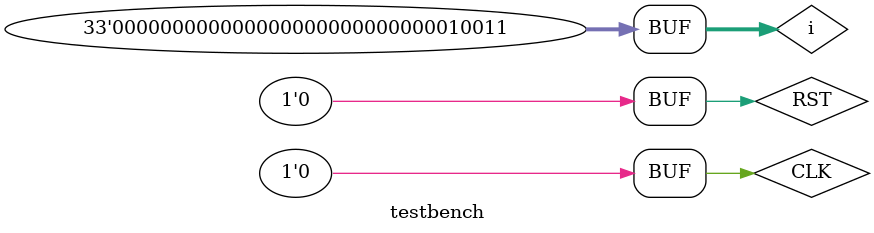
<source format=v>
`timescale 1ns / 1ps
`include "UP_COUNTER4BIT.v"

module testbench;

	// Inputs
	reg CLK;
	reg RST;

	// Outputs
	wire [3:0] OUT;
	reg [32:0] i;
	// Instantiate the Unit Under Test (UUT)
	UP_COUNTER4BIT uut (
		.CLK(CLK), 
		.RST(RST), 
		.OUT(OUT)
	);

	initial begin
		// Initialize Inputs
		CLK = 0;
		RST = 0;

		// Wait 100 ns for global reset to finish
		#100;
      RST = 0; #5 RST = 1;
		for(i = 0; i < 19; i=i+1) begin 
			CLK = ~CLK; #5; CLK = ~CLK; #5; 
		end
		for(i = 0; i < 19; i=i+1) begin 
			CLK = ~CLK; #5; CLK = ~CLK; #5; 
		end		
		
		RST = 0;
		for(i = 0; i < 19; i=i+1) begin 
			CLK = ~CLK; #5; CLK = ~CLK; #5; 
		end
		for(i = 0; i < 19; i=i+1) begin 
			CLK = ~CLK; #5; CLK = ~CLK; #5; 
		end	
	end
      
endmodule


</source>
